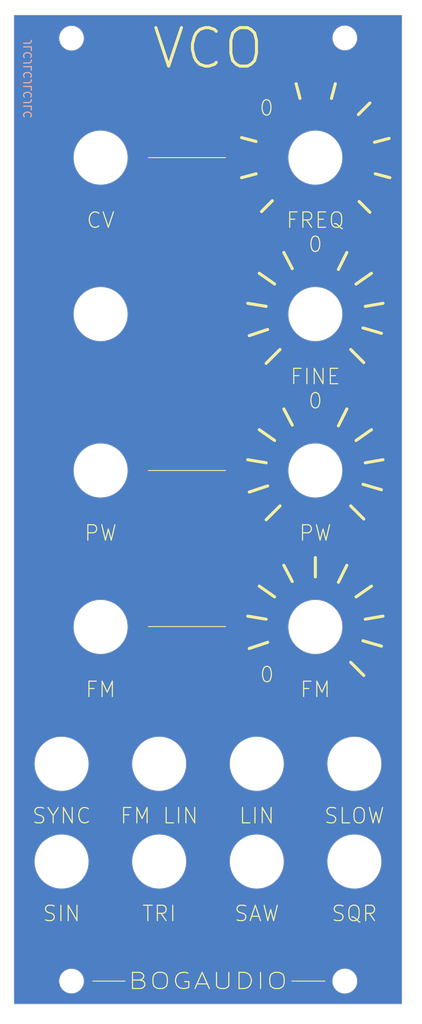
<source format=kicad_pcb>
(kicad_pcb (version 20211014) (generator pcbnew)
  (title_block (title "riban modular 10HP generic panel - Front Panel") (date "2024-03-07") (rev "0") (company "riban"))
  (layers (0 "F.Cu" signal) (31 "B.Cu" signal) (34 "B.Paste" user) (35 "F.Paste" user) (36 "B.SilkS" user "B.Silkscreen") (37 "F.SilkS" user "F.Silkscreen") (38 "B.Mask" user) (39 "F.Mask" user) (44 "Edge.Cuts" user))
  (net 0 "")
  (footprint "Decals:Scale_11pt_13mm_0-5" (layer "F.Cu") (at 89.7255 103.27)
    (fp_text reference "+")
    (fp_text value "PW" (at 0 8.128) (layer "F.SilkS") (effects (font (size 2 2))))
    (fp_text user "0" (at 0 -9.0475) (layer "F.SilkS") (effects (font (size 2 2))))
    (fp_line (start 6.5 -1) (end 8.8 -1.4) (layer "F.SilkS") (width 0.4))
    (fp_line (start 4.6 4.6) (end 6.3 6.3) (layer "F.SilkS") (width 0.4))
    (fp_line (start -4.6 4.6) (end -6.4 6.4) (layer "F.SilkS") (width 0.4))
    (fp_line (start -6.4 -1) (end -8.8 -1.4) (layer "F.SilkS") (width 0.4))
    (fp_line (start -6.2 2) (end -8.6 2.8) (layer "F.SilkS") (width 0.4))
    (fp_line (start -3 -5.9) (end -4.1 -8) (layer "F.SilkS") (width 0.4))
    (fp_line (start 3 -5.8) (end 4.1 -8) (layer "F.SilkS") (width 0.4))
    (fp_line (start 6.2 1.8) (end 8.6 2.5) (layer "F.SilkS") (width 0.4))
    (fp_line (start -5.3 -3.9) (end -7.3 -5.3) (layer "F.SilkS") (width 0.4))
    (fp_line (start 5.3 -3.9) (end 7.3 -5.3) (layer "F.SilkS") (width 0.4))
  )
  (footprint "Decals:Scale_11pt_13mm_0-0" (layer "F.Cu") (at 89.7255 123.59)
    (fp_text reference "+")
    (fp_text value "FM" (at 0 8.128) (layer "F.SilkS") (effects (font (size 2 2))))
    (fp_text user "0" (at -6.3 6.2025) (layer "F.SilkS") (effects (font (size 2 2))))
    (fp_line (start -3 -5.9) (end -4.1 -8) (layer "F.SilkS") (width 0.4))
    (fp_line (start -5.3 -3.9) (end -7.3 -5.3) (layer "F.SilkS") (width 0.4))
    (fp_line (start -6.4 -1) (end -8.8 -1.4) (layer "F.SilkS") (width 0.4))
    (fp_line (start 0 -6.5) (end 0 -9) (layer "F.SilkS") (width 0.4))
    (fp_line (start 4.6 4.6) (end 6.3 6.3) (layer "F.SilkS") (width 0.4))
    (fp_line (start 5.3 -3.9) (end 7.3 -5.3) (layer "F.SilkS") (width 0.4))
    (fp_line (start 6.2 1.8) (end 8.6 2.5) (layer "F.SilkS") (width 0.4))
    (fp_line (start -6.2 2) (end -8.6 2.8) (layer "F.SilkS") (width 0.4))
    (fp_line (start 3 -5.8) (end 4.1 -8) (layer "F.SilkS") (width 0.4))
    (fp_line (start 6.5 -1) (end 8.8 -1.4) (layer "F.SilkS") (width 0.4))
  )
  (footprint "Decals:Scale_11pt_13mm_0-5" (layer "F.Cu") (at 89.7255 82.95)
    (fp_text reference "+")
    (fp_text value "FINE" (at 0 8.128) (layer "F.SilkS") (effects (font (size 2 2))))
    (fp_text user "0" (at 0 -9.0475) (layer "F.SilkS") (effects (font (size 2 2))))
    (fp_line (start 4.6 4.6) (end 6.3 6.3) (layer "F.SilkS") (width 0.4))
    (fp_line (start -6.4 -1) (end -8.8 -1.4) (layer "F.SilkS") (width 0.4))
    (fp_line (start 5.3 -3.9) (end 7.3 -5.3) (layer "F.SilkS") (width 0.4))
    (fp_line (start -6.2 2) (end -8.6 2.8) (layer "F.SilkS") (width 0.4))
    (fp_line (start -3 -5.9) (end -4.1 -8) (layer "F.SilkS") (width 0.4))
    (fp_line (start 6.5 -1) (end 8.8 -1.4) (layer "F.SilkS") (width 0.4))
    (fp_line (start 3 -5.8) (end 4.1 -8) (layer "F.SilkS") (width 0.4))
    (fp_line (start -5.3 -3.9) (end -7.3 -5.3) (layer "F.SilkS") (width 0.4))
    (fp_line (start -4.6 4.6) (end -6.4 6.4) (layer "F.SilkS") (width 0.4))
    (fp_line (start 6.2 1.8) (end 8.6 2.5) (layer "F.SilkS") (width 0.4))
  )
  (footprint "Decals:Scale_10pt_20mm_0-4" (layer "F.Cu") (at 89.7255 62.63)
    (fp_text reference "+")
    (fp_text value "FREQ" (at 0 8.128) (layer "F.SilkS") (effects (font (size 2 2))))
    (fp_text user "0" (at -6.35 -6.4475) (layer "F.SilkS") (effects (font (size 2 2))))
    (fp_line (start -7.7 2.1) (end -9.6 2.6) (layer "F.SilkS") (width 0.4))
    (fp_line (start 7.8 2.1) (end 9.7 2.6) (layer "F.SilkS") (width 0.4))
    (fp_line (start 2.1 -7.7) (end 2.6 -9.6) (layer "F.SilkS") (width 0.4))
    (fp_line (start -5.6 5.6) (end -7 7) (layer "F.SilkS") (width 0.4))
    (fp_line (start -7.7 -2.1) (end -9.6 -2.6) (layer "F.SilkS") (width 0.4))
    (fp_line (start -2 -7.7) (end -2.5 -9.6) (layer "F.SilkS") (width 0.4))
    (fp_line (start 5.6 -5.6) (end 7.1 -7.1) (layer "F.SilkS") (width 0.4))
    (fp_line (start 5.7 5.7) (end 7.1 7.1) (layer "F.SilkS") (width 0.4))
    (fp_line (start 7.7 -2) (end 9.6 -2.5) (layer "F.SilkS") (width 0.4))
  )
  (gr_line (start 86.675 169.6) (end 90.975 169.6) (layer "F.SilkS") (width 0.12))
  (gr_line (start 68.0115 103.27) (end 78.0415 103.27) (layer "F.SilkS") (width 0.12))
  (gr_line (start 68.0115 123.545) (end 78.0415 123.545) (layer "F.SilkS") (width 0.12))
  (gr_line (start 68.0115 62.63) (end 78.0415 62.63) (layer "F.SilkS") (width 0.12))
  (gr_line (start 60.775 169.6) (end 64.975 169.6) (layer "F.SilkS") (width 0.12))
  (gr_circle (center 89.7255 82.95) (end 93.2255 82.95) (layer "Edge.Cuts") (width 0.05) (fill none))
  (gr_circle (center 89.7255 62.63) (end 93.2255 62.63) (layer "Edge.Cuts") (width 0.05) (fill none))
  (gr_circle (center 61.7855 62.63) (end 65.2855 62.63) (layer "Edge.Cuts") (width 0.05) (fill none))
  (gr_circle (center 61.7855 123.59) (end 65.2855 123.59) (layer "Edge.Cuts") (width 0.05) (fill none))
  (gr_circle (center 89.7255 123.59) (end 93.2255 123.59) (layer "Edge.Cuts") (width 0.05) (fill none))
  (gr_circle (center 94.8055 141.37) (end 98.3055 141.37) (layer "Edge.Cuts") (width 0.05) (fill none))
  (gr_circle (center 82.1055 141.37) (end 85.6055 141.37) (layer "Edge.Cuts") (width 0.05) (fill none))
  (gr_circle (center 56.7055 141.37) (end 60.2055 141.37) (layer "Edge.Cuts") (width 0.05) (fill none))
  (gr_circle (center 89.7255 103.27) (end 93.2255 103.27) (layer "Edge.Cuts") (width 0.05) (fill none))
  (gr_circle (center 61.7855 103.27) (end 65.2855 103.27) (layer "Edge.Cuts") (width 0.05) (fill none))
  (gr_circle (center 82.1055 154.07) (end 85.6055 154.07) (layer "Edge.Cuts") (width 0.05) (fill none))
  (gr_circle (center 94.8055 154.07) (end 98.3055 154.07) (layer "Edge.Cuts") (width 0.05) (fill none))
  (gr_circle (center 69.4055 154.07) (end 72.9055 154.07) (layer "Edge.Cuts") (width 0.05) (fill none))
  (gr_circle (center 56.7055 154.07) (end 60.2055 154.07) (layer "Edge.Cuts") (width 0.05) (fill none))
  (gr_line (start 50.5055 44.1) (end 101.0055 44.1) (layer "Edge.Cuts") (width 0.05))
  (gr_line (start 50.5055 44.1) (end 50.5055 172.6) (layer "Edge.Cuts") (width 0.05))
  (gr_line (start 101.0055 44.1) (end 101.0055 172.6) (layer "Edge.Cuts") (width 0.05))
  (gr_circle (center 58 169.6) (end 58 171.1875) (layer "Edge.Cuts") (width 0.05) (fill none))
  (gr_circle (center 58 47.1125) (end 58 48.7) (layer "Edge.Cuts") (width 0.05) (fill none))
  (gr_circle (center 93.56 47.08) (end 93.56 48.6675) (layer "Edge.Cuts") (width 0.05) (fill none))
  (gr_circle (center 93.56 169.6) (end 95.16 169.6) (layer "Edge.Cuts") (width 0.05) (fill none))
  (gr_circle (center 69.4055 141.37) (end 72.9055 141.37) (layer "Edge.Cuts") (width 0.05) (fill none))
  (gr_circle (center 61.7855 82.95) (end 65.2855 82.95) (layer "Edge.Cuts") (width 0.05) (fill none))
  (gr_line (start 50.5055 172.6) (end 101.0055 172.6) (layer "Edge.Cuts") (width 0.05))
  (gr_text "JLCJLCJLCJLC" (at 52.31 52.38 90) (layer "B.SilkS") (effects (font (size 1 1)) (justify mirror)))
  (gr_text "SYNC" (at 56.7055 148.1264) (layer "F.SilkS") (effects (font (size 2 2))))
  (gr_text "TRI" (at 69.4055 160.8264) (layer "F.SilkS") (effects (font (size 2 2))))
  (gr_text "SIN" (at 56.7055 160.8264) (layer "F.SilkS") (effects (font (size 2 2))))
  (gr_text "SAW" (at 82.1055 160.8264) (layer "F.SilkS") (effects (font (size 2 2))))
  (gr_text "SQR" (at 94.8055 160.8264) (layer "F.SilkS") (effects (font (size 2 2))))
  (gr_text "FM" (at 61.7855 131.718) (layer "F.SilkS") (effects (font (size 2 2))))
  (gr_text "BOGAUDIO" (at 75.7305 169.6) (layer "F.SilkS") (effects (font (size 2.1 2.8))))
  (gr_text "PW" (at 61.7855 111.398) (layer "F.SilkS") (effects (font (size 2 2))))
  (gr_text "LIN" (at 82.1055 148.1264) (layer "F.SilkS") (effects (font (size 2 2))))
  (gr_text "SLOW" (at 94.8055 148.1264) (layer "F.SilkS") (effects (font (size 2 2))))
  (gr_text "FM LIN" (at 69.4055 148.1264) (layer "F.SilkS") (effects (font (size 2 2))))
  (gr_text "CV" (at 61.7855 70.758) (layer "F.SilkS") (effects (font (size 2 2))))
  (gr_text "VCO" (at 75.7555 48.445) (layer "F.SilkS") (effects (font (size 5 5) (thickness 0.4))))
  (zone (net 0) (net_name "") (layer "F.Cu") (connect_pads yes (clearance 0)) (min_thickness 0.254) (fill yes (thermal_gap 0) (thermal_bridge_width 0.255))
    (polygon (pts (xy 103.240216 175.17) (xy 48.840216 175.19) (xy 48.690216 42.15) (xy 103.580216 42.15)))
  )
  (zone (net 0) (net_name "") (layer "B.Cu") (connect_pads yes (clearance 0)) (min_thickness 0.0254) (fill yes (thermal_gap 0) (thermal_bridge_width 0.0255))
    (polygon (pts (xy 103.29 175.17) (xy 48.89 175.19) (xy 48.74 42.15) (xy 103.63 42.15)))
  )
)
</source>
